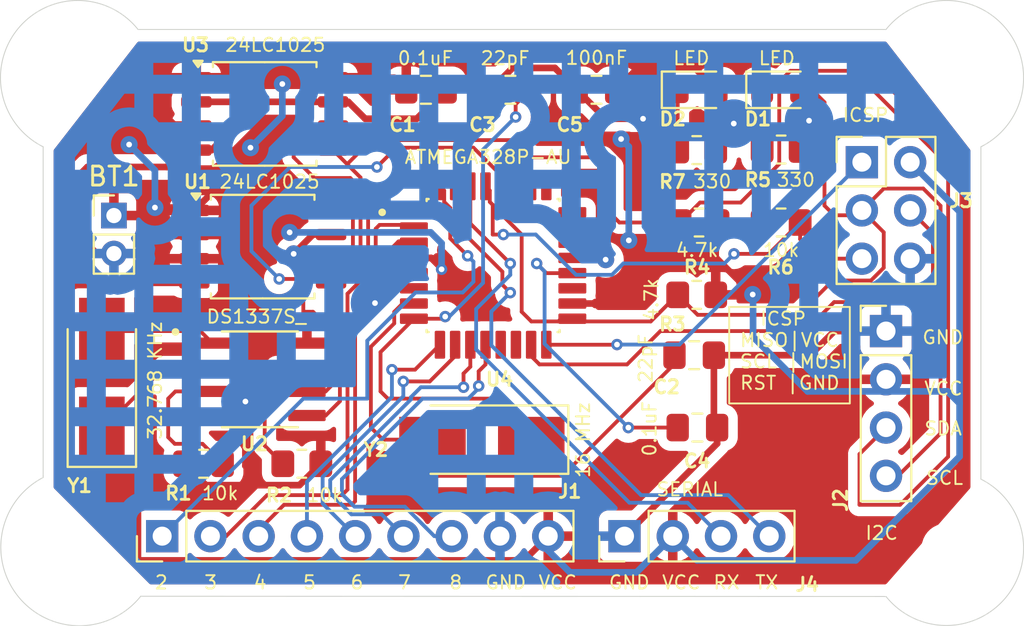
<source format=kicad_pcb>
(kicad_pcb (version 20240108) (generator "pcbnew") (generator_version "8.0")
  (title_block (title "MCU Datalogger with memory and clock") (date "2024-09-27") (rev "v1") (company "chivoma") (comment 1 "2 layer PCB version"))
  (layers (0 "F.Cu" mixed) (31 "B.Cu" mixed) (34 "B.Paste" user) (35 "F.Paste" user) (36 "B.SilkS" user "B.Silkscreen") (37 "F.SilkS" user "F.Silkscreen") (38 "B.Mask" user) (39 "F.Mask" user) (44 "Edge.Cuts" user))
  (property "project_name" "MCU Datalogger with memory and clock")
  (net 0 "")
  (net 1 "GND")
  (net 2 "/Vcc")
  (net 3 "Net-(U4-PB6)")
  (net 4 "Net-(U4-PB7)")
  (net 5 "Net-(U4-AREF)")
  (net 6 "Net-(D1-K)")
  (net 7 "/SCL")
  (net 8 "Net-(D2-K)")
  (net 9 "/D5")
  (net 10 "/D2")
  (net 11 "/D3")
  (net 12 "/D7")
  (net 13 "/D8")
  (net 14 "/D4")
  (net 15 "/D6")
  (net 16 "/SDA")
  (net 17 "/RESET")
  (net 18 "/MISO")
  (net 19 "/MOSI")
  (net 20 "/TX")
  (net 21 "/RX")
  (net 22 "Net-(U2-~{INTA})")
  (net 23 "Net-(U2-SQW{slash}~INT)")
  (net 24 "Net-(U2-X1)")
  (net 25 "Net-(U2-X2)")
  (footprint "Crystal:Crystal_SMD_5032-2Pin_5.0x3.2mm_HandSoldering" (layer "F.Cu") (at 128.27 114.36 90)
    (property "Reference" "Y1")
    (property "Value" "32.768 KHz")
  )
  (footprint "Connector_PinHeader_2.54mm:PinHeader_1x09_P2.54mm_Vertical" (layer "F.Cu") (at 131.445 122.555 90)
    (property "Reference" "J1")
    (property "Value" "Conn_01x09_Pin" (hide yes))
  )
  (footprint "Capacitor_SMD:C_0805_2012Metric_Pad1.18x1.45mm_HandSolder" (layer "F.Cu") (at 159.6175 116.84)
    (property "Reference" "C4")
    (property "Value" "0.1uF")
  )
  (footprint "Connector_PinHeader_2.54mm:PinHeader_1x04_P2.54mm_Vertical" (layer "F.Cu") (at 169.545 111.76)
    (property "Reference" "J2")
    (property "Value" "Conn_01x04_Pin" (hide yes))
  )
  (footprint "LED_SMD:LED_0805_2012Metric_Pad1.15x1.40mm_HandSolder" (layer "F.Cu") (at 164.05 99.06)
    (property "Reference" "D1")
    (property "Value" "LED")
  )
  (footprint "Resistor_SMD:R_0805_2012Metric_Pad1.20x1.40mm_HandSolder" (layer "F.Cu") (at 159.58 102.235)
    (property "Reference" "R7")
    (property "Value" "330")
  )
  (footprint "MountingHole:MountingHole_2.1mm" (layer "F.Cu") (at 127 123.19)
    (property "Reference" "H3" (hide yes))
    (property "Value" "MountingHole" (hide yes))
  )
  (footprint "LED_SMD:LED_0805_2012Metric_Pad1.15x1.40mm_HandSolder" (layer "F.Cu") (at 159.605 99.06)
    (property "Reference" "D2")
    (property "Value" "LED")
  )
  (footprint "footprints:QFP80P900X900X120-32N" (layer "F.Cu") (at 148.865 108.31)
    (property "Reference" "U4")
    (property "Value" "ATMEGA328P-AU")
  )
  (footprint "Resistor_SMD:R_0805_2012Metric_Pad1.20x1.40mm_HandSolder" (layer "F.Cu") (at 164.025 106.045)
    (property "Reference" "R6")
    (property "Value" "10k")
  )
  (footprint "Connector_PinHeader_2.54mm:PinHeader_1x04_P2.54mm_Vertical" (layer "F.Cu") (at 155.78 122.555 90)
    (property "Reference" "J4")
    (property "Value" "Conn_01x04_Pin" (hide yes))
  )
  (footprint "Capacitor_SMD:C_0805_2012Metric_Pad1.18x1.45mm_HandSolder" (layer "F.Cu") (at 154.305 99.06 180)
    (property "Reference" "C5")
    (property "Value" "100nF")
  )
  (footprint "Capacitor_SMD:C_0805_2012Metric_Pad1.18x1.45mm_HandSolder" (layer "F.Cu") (at 149.775 99.06)
    (property "Reference" "C3")
    (property "Value" "22pF")
  )
  (footprint "Package_SO:SOIC-8_5.23x5.23mm_P1.27mm" (layer "F.Cu") (at 136.8425 100.33)
    (property "Reference" "U3")
    (property "Value" "24LC1025")
  )
  (footprint "Resistor_SMD:R_0805_2012Metric_Pad1.20x1.40mm_HandSolder" (layer "F.Cu") (at 159.58 109.855 180)
    (property "Reference" "R3")
    (property "Value" "4.7k")
  )
  (footprint "MountingHole:MountingHole_2.1mm" (layer "F.Cu") (at 127 98.425)
    (property "Reference" "H1" (hide yes))
    (property "Value" "MountingHole" (hide yes))
  )
  (footprint "Crystal:Crystal_SMD_5032-2Pin_5.0x3.2mm_HandSoldering" (layer "F.Cu") (at 148.2725 117.475 180)
    (property "Reference" "Y2")
    (property "Value" "16 MHz")
  )
  (footprint "Resistor_SMD:R_0805_2012Metric_Pad1.20x1.40mm_HandSolder" (layer "F.Cu") (at 164.025 102.205 180)
    (property "Reference" "R5")
    (property "Value" "330")
  )
  (footprint "Resistor_SMD:R_0805_2012Metric_Pad1.20x1.40mm_HandSolder" (layer "F.Cu") (at 159.7025 106.045 180)
    (property "Reference" "R4")
    (property "Value" "4.7k")
  )
  (footprint "MountingHole:MountingHole_2.1mm" (layer "F.Cu") (at 172.72 123.19)
    (property "Reference" "H4" (hide yes))
    (property "Value" "MountingHole" (hide yes))
  )
  (footprint "Resistor_SMD:R_0805_2012Metric_Pad1.20x1.40mm_HandSolder" (layer "F.Cu") (at 138.795 118.745 180)
    (property "Reference" "R2")
    (property "Value" "10k")
  )
  (footprint "Package_SO:SOIC-8_5.23x5.23mm_P1.27mm" (layer "F.Cu") (at 136.735 107.315)
    (property "Reference" "U1")
    (property "Value" "24LC1025")
  )
  (footprint "Resistor_SMD:R_0805_2012Metric_Pad1.20x1.40mm_HandSolder" (layer "F.Cu") (at 133.62 118.745)
    (property "Reference" "R1")
    (property "Value" "10k")
  )
  (footprint "Connector_PinHeader_2.00mm:PinHeader_1x02_P2.00mm_Vertical" (layer "F.Cu") (at 128.905 105.68)
    (property "Reference" "BT1")
    (property "Value" "Battery")
  )
  (footprint "Capacitor_SMD:C_0805_2012Metric_Pad1.18x1.45mm_HandSolder" (layer "F.Cu") (at 145.33 99.06)
    (property "Reference" "C1")
    (property "Value" "0.1uF")
  )
  (footprint "Capacitor_SMD:C_0805_2012Metric_Pad1.18x1.45mm_HandSolder" (layer "F.Cu") (at 159.4475 113.03 180)
    (property "Reference" "C2")
    (property "Value" "22pF")
  )
  (footprint "Connector_PinHeader_2.54mm:PinHeader_2x03_P2.54mm_Vertical" (layer "F.Cu") (at 168.275 102.87)
    (property "Reference" "J3")
    (property "Value" "Conn_02x03_Odd_Even" (hide yes))
  )
  (footprint "MountingHole:MountingHole_2.1mm" (layer "F.Cu") (at 172.72 98.425)
    (property "Reference" "H2" (hide yes))
    (property "Value" "MountingHole" (hide yes))
  )
  (footprint "footprints:SOIC127P600X175-8N" (layer "F.Cu") (at 136.59 114.3)
    (property "Reference" "U2")
    (property "Value" "DS1337S_")
  )
  (gr_rect (start 161.29 110.49) (end 167.64 115.57) (stroke (width 0.1)) (fill none) (layer "F.SilkS"))
  (gr_arc (start 174.538363 119.553274) (mid 175.881977 125.746193) (end 169.545 125.729999) (stroke (width 0.05)) (layer "Edge.Cuts"))
  (gr_line (start 130.31512 125.718875) (end 169.545 125.729999) (stroke (width 0.05)) (layer "Edge.Cuts"))
  (gr_arc (start 130.31512 125.718875) (mid 123.891246 125.759706) (end 125.181637 119.466637) (stroke (width 0.05)) (layer "Edge.Cuts"))
  (gr_arc (start 169.545001 95.885001) (mid 175.881977 95.868808) (end 174.538363 102.061726) (stroke (width 0.05)) (layer "Edge.Cuts"))
  (gr_line (start 125.181637 119.38) (end 125.181637 102.061726) (stroke (width 0.05)) (layer "Edge.Cuts"))
  (gr_line (start 174.538363 119.553274) (end 174.538363 102.061726) (stroke (width 0.05)) (layer "Edge.Cuts"))
  (gr_line (start 125.181637 119.38) (end 125.181637 119.466637) (stroke (width 0.05)) (layer "Edge.Cuts"))
  (gr_arc (start 125.181637 102.061726) (mid 123.838023 95.868808) (end 130.174999 95.885001) (stroke (width 0.05)) (layer "Edge.Cuts"))
  (gr_line (start 169.545001 95.885001) (end 130.174999 95.885001) (stroke (width 0.05)) (layer "Edge.Cuts"))
  (gr_text "SDA" (at 171.5 117.3 0) (layer "F.SilkS") (effects (font (size 0.7 0.7) (thickness 0.1)) (justify left bottom)))
  (gr_text "8" (at 146.5 125.4 0) (layer "F.SilkS") (effects (font (size 0.7 0.7) (thickness 0.1)) (justify left bottom)))
  (gr_text "2" (at 131 125.4 0) (layer "F.SilkS") (effects (font (size 0.7 0.7) (thickness 0.1)) (justify left bottom)))
  (gr_text "GND" (at 171.4 112.5 0) (layer "F.SilkS") (effects (font (size 0.7 0.7) (thickness 0.1)) (justify left bottom)))
  (gr_text "TX" (at 162.6 125.4 0) (layer "F.SilkS") (effects (font (size 0.7 0.7) (thickness 0.1)) (justify left bottom)))
  (gr_text "GND" (at 154.9 125.4 0) (layer "F.SilkS") (effects (font (size 0.7 0.7) (thickness 0.1)) (justify left bottom)))
  (gr_text "VCC" (at 157.7 125.4 0) (layer "F.SilkS") (effects (font (size 0.7 0.7) (thickness 0.1)) (justify left bottom)))
  (gr_text "  ICSP\nMISO|VCC\nSCL |MOSI\nRST |GND" (at 161.8 110.7 0) (layer "F.SilkS") (effects (font (size 0.7 0.7) (thickness 0.1)) (justify left top)))
  (gr_text "4" (at 136.2 125.4 0) (layer "F.SilkS") (effects (font (size 0.7 0.7) (thickness 0.1)) (justify left bottom)))
  (gr_text "6" (at 141.3 125.4 0) (layer "F.SilkS") (effects (font (size 0.7 0.7) (thickness 0.1)) (justify left bottom)))
  (gr_text "SERIAL" (at 157.4 120.5 0) (layer "F.SilkS") (effects (font (size 0.7 0.7) (thickness 0.1)) (justify left bottom)))
  (gr_text "SCL" (at 171.6 119.9 0) (layer "F.SilkS") (effects (font (size 0.7 0.7) (thickness 0.1)) (justify left bottom)))
  (gr_text "ICSP" (at 167.2 100.8 0) (layer "F.SilkS") (effects (font (size 0.7 0.7) (thickness 0.1)) (justify left bottom)))
  (gr_text "GND" (at 148.4 125.4 0) (layer "F.SilkS") (effects (font (size 0.7 0.7) (thickness 0.1)) (justify left bottom)))
  (gr_text "3" (at 133.6 125.4 0) (layer "F.SilkS") (effects (font (size 0.7 0.7) (thickness 0.1)) (justify left bottom)))
  (gr_text "5" (at 138.8 125.4 0) (layer "F.SilkS") (effects (font (size 0.7 0.7) (thickness 0.1)) (justify left bottom)))
  (gr_text "I2C" (at 168.4 122.8 0) (layer "F.SilkS") (effects (font (size 0.7 0.7) (thickness 0.1)) (justify left bottom)))
  (gr_text "RX" (at 160.4 125.4 0) (layer "F.SilkS") (effects (font (size 0.7 0.7) (thickness 0.1)) (justify left bottom)))
  (gr_text "7" (at 143.8 125.4 0) (layer "F.SilkS") (effects (font (size 0.7 0.7) (thickness 0.1)) (justify left bottom)))
  (gr_text "VCC" (at 171.5 115.2 0) (layer "F.SilkS") (effects (font (size 0.7 0.7) (thickness 0.1)) (justify left bottom)))
  (gr_text "VCC" (at 151.2 125.4 0) (layer "F.SilkS") (effects (font (size 0.7 0.7) (thickness 0.1)) (justify left bottom)))
  (segment (start 135.5725 99.695) (end 135.5725 100.704999) (width 0.35) (layer "F.Cu") (net 1))
  (segment (start 153.2675 99.06) (end 154.7915 100.584) (width 0.35) (layer "F.Cu") (net 1))
  (segment (start 128.905 109.093) (end 129.032 109.22) (width 0.35) (layer "F.Cu") (net 1))
  (segment (start 128.905 107.68) (end 128.905 109.093) (width 0.35) (layer "F.Cu") (net 1))
  (segment (start 165.025 102.205) (end 165.025 101.0019) (width 0.35) (layer "F.Cu") (net 1))
  (segment (start 166.8272 111.76) (end 165.5572 113.03) (width 0.35) (layer "F.Cu") (net 1))
  (segment (start 143.535 108.322672) (end 143.535 109.3982) (width 0.35) (layer "F.Cu") (net 1))
  (segment (start 152.1175 97.91) (end 153.2675 99.06) (width 0.35) (layer "F.Cu") (net 1))
  (segment (start 143.535 108.322672) (end 143.922328 108.71) (width 0.35) (layer "F.Cu") (net 1))
  (segment (start 134.115 116.205) (end 135.1 116.205) (width 0.35) (layer "F.Cu") (net 1))
  (segment (start 165.025 101.0019) (end 165.2905 100.7364) (width 0.35) (layer "F.Cu") (net 1))
  (segment (start 160.655 117.68) (end 160.655 116.84) (width 0.35) (layer "F.Cu") (net 1))
  (segment (start 132.588 102.235) (end 131.699 103.124) (width 0.35) (layer "F.Cu") (net 1))
  (segment (start 146.3675 99.06) (end 148.7375 99.06) (width 0.35) (layer "F.Cu") (net 1))
  (segment (start 142.131499 100.584) (end 144.8435 100.584) (width 0.35) (layer "F.Cu") (net 1))
  (segment (start 127 103.632) (end 127 106.68) (width 0.35) (layer "F.Cu") (net 1))
  (segment (start 134.042499 102.235) (end 133.2425 102.235) (width 0.35) (layer "F.Cu") (net 1))
  (segment (start 127 106.68) (end 128 107.68) (width 0.35) (layer "F.Cu") (net 1))
  (segment (start 153.035 107.91) (end 154.6968 107.91) (width 0.35) (layer "F.Cu") (net 1))
  (segment (start 169.545 111.76) (end 166.8272 111.76) (width 0.35) (layer "F.Cu") (net 1))
  (segment (start 135.5725 99.695) (end 140.4425 99.695) (width 0.35) (layer "F.Cu") (net 1))
  (segment (start 160.485 113.03) (end 160.485 116.67) (width 0.35) (layer "F.Cu") (net 1))
  (segment (start 160.485 116.67) (end 160.655 116.84) (width 0.35) (layer "F.Cu") (net 1))
  (segment (start 140.4425 99.695) (end 141.242499 99.695) (width 0.35) (layer "F.Cu") (net 1))
  (segment (start 154.6968 107.91) (end 154.7876 108.0008) (width 0.35) (layer "F.Cu") (net 1))
  (segment (start 143.922328 108.71) (end 144.695 108.71) (width 0.35) (layer "F.Cu") (net 1))
  (segment (start 143.535 107.497328) (end 143.535 108.322672) (width 0.35) (layer "F.Cu") (net 1))
  (segment (start 133.2425 99.695) (end 135.5725 99.695) (width 0.35) (layer "F.Cu") (net 1))
  (segment (start 135.1 116.205) (end 135.8265 115.4785) (width 0.35) (layer "F.Cu") (net 1))
  (segment (start 165.5572 113.03) (end 160.485 113.03) (width 0.35) (layer "F.Cu") (net 1))
  (segment (start 155.78 122.555) (end 160.655 117.68) (width 0.35) (layer "F.Cu") (net 1))
  (segment (start 141.242499 99.695) (end 142.131499 100.584) (width 0.35) (layer "F.Cu") (net 1))
  (segment (start 143.535 109.3982) (end 142.6464 110.2868) (width 0.35) (layer "F.Cu") (net 1))
  (segment (start 140.335 106.68) (end 139.3825 106.68) (width 0.35) (layer "F.Cu") (net 1))
  (segment (start 160.58 102.235) (end 160.58 101.7893) (width 0.35) (layer "F.Cu") (net 1))
  (segment (start 149.8875 97.91) (end 152.1175 97.91) (width 0.35) (layer "F.Cu") (net 1))
  (segment (start 144.695 107.11) (end 143.922328 107.11) (width 0.35) (layer "F.Cu") (net 1))
  (segment (start 131.699 103.124) (end 127.508 103.124) (width 0.35) (layer "F.Cu") (net 1))
  (segment (start 135.5725 100.704999) (end 134.042499 102.235) (width 0.35) (layer "F.Cu") (net 1))
  (segment (start 128 107.68) (end 128.905 107.68) (width 0.35) (layer "F.Cu") (net 1))
  (segment (start 139.3825 106.68) (end 138.3665 107.696) (width 0.35) (layer "F.Cu") (net 1))
  (segment (start 160.58 101.7893) (end 161.5313 100.838) (width 0.35) (layer "F.Cu") (net 1))
  (segment (start 154.7915 100.584) (end 156.7561 100.584) (width 0.35) (layer "F.Cu") (net 1))
  (segment (start 144.8435 100.584) (end 146.3675 99.06) (width 0.35) (layer "F.Cu") (net 1))
  (segment (start 148.7375 99.06) (end 149.8875 97.91) (width 0.35) (layer "F.Cu") (net 1))
  (segment (start 135.8265 115.4785) (end 135.8265 115.316) (width 0.35) (layer "F.Cu") (net 1))
  (segment (start 127.508 103.124) (end 127 103.632) (width 0.35) (layer "F.Cu") (net 1))
  (segment (start 143.922328 107.11) (end 143.535 107.497328) (width 0.35) (layer "F.Cu") (net 1))
  (segment (start 133.2425 102.235) (end 132.588 102.235) (width 0.35) (layer "F.Cu") (net 1))
  (segment (start 129.032 109.22) (end 133.135 109.22) (width 0.35) (layer "F.Cu") (net 1))
  (via (at 138.3665 107.696) (size 0.9) (drill 0.3) (layers "F.Cu" "B.Cu") (net 1))
  (via (at 154.7876 108.0008) (size 0.9) (drill 0.3) (layers "F.Cu" "B.Cu") (net 1))
  (via (at 135.8265 115.4684) (size 0.6) (drill 0.3) (layers "F.Cu" "B.Cu") (net 1))
  (via (at 156.7561 100.584) (size 0.9) (drill 0.3) (layers "F.Cu" "B.Cu") (net 1))
  (via (at 142.6464 110.2868) (size 0.9) (drill 0.3) (layers "F.Cu" "B.Cu") (net 1))
  (via (at 161.5313 100.838) (size 0.9) (drill 0.3) (layers "F.Cu" "B.Cu") (net 1))
  (via (at 165.4937 100.6856) (size 0.9) (drill 0.3) (layers "F.Cu" "B.Cu") (net 1))
  (segment (start 140.4425 98.425) (end 143.6575 98.425) (width 0.35) (layer "F.Cu") (net 2))
  (segment (start 131.2545 100.076) (end 132.1435 100.965) (width 0.35) (layer "F.Cu") (net 2))
  (segment (start 156.4675 97.935) (end 159.505 97.935) (width 0.35) (layer "F.Cu") (net 2))
  (segment (start 132.442501 98.425) (end 131.2545 99.613001) (width 0.35) (layer "F.Cu") (net 2))
  (segment (start 131.2545 99.613001) (end 131.2545 100.076) (width 0.35) (layer "F.Cu") (net 2))
  (segment (start 132.9826 105.2576) (end 133.135 105.41) (width 0.35) (layer "F.Cu") (net 2))
  (segment (start 156.0068 106.9848) (end 156.0068 109.1184) (width 0.35) (layer "F.Cu") (net 2))
  (segment (start 156.762472 106.9848) (end 156.0068 106.9848) (width 0.35) (layer "F.Cu") (net 2))
  (segment (start 156.469537 99.06) (end 155.3425 99.06) (width 0.35) (layer "F.Cu") (net 2))
  (segment (start 139.795 118.745) (end 139.765116 118.745) (width 0.35) (layer "F.Cu") (net 2))
  (segment (start 129.704999 101.942564) (end 129.704999 101.625501) (width 0.35) (layer "F.Cu") (net 2))
  (segment (start 137.0965 105.41) (end 140.335 105.41) (width 0.35) (layer "F.Cu") (net 2))
  (segment (start 136.0932 102.108) (end 136.0932 102.4518) (width 0.35) (layer "F.Cu") (net 2))
  (segment (start 157.118537 101.459) (end 157.6311 100.946437) (width 0.35) (layer "F.Cu") (net 2))
  (segment (start 154.8152 110.31) (end 154.8892 110.236) (width 0.35) (layer "F.Cu") (net 2))
  (segment (start 134.5565 107.95) (end 137.0965 105.41) (width 0.35) (layer "F.Cu") (net 2))
  (segment (start 146.1516 108.458) (end 146.1516 108.5088) (width 0.35) (layer "F.Cu") (net 2))
  (segment (start 130.17 123.83) (end 130.17 119.766) (width 0.35) (layer "F.Cu") (net 2))
  (segment (start 160.58 109.855) (end 162.508128 109.855) (width 0.35) (layer "F.Cu") (net 2))
  (segment (start 162.527714 109.835414) (end 160.6423 107.95) (width 0.35) (layer "F.Cu") (net 2))
  (segment (start 145.6036 107.91) (end 146.1516 108.458) (width 0.35) (layer "F.Cu") (net 2))
  (segment (start 132.1435 100.965) (end 133.2425 100.965) (width 0.35) (layer "F.Cu") (net 2))
  (segment (start 143.6575 98.425) (end 144.2925 99.06) (width 0.35) (layer "F.Cu") (net 2))
  (segment (start 153.035 110.31) (end 154.8152 110.31) (width 0.35) (layer "F.Cu") (net 2))
  (segment (start 139.795 118.745) (end 138.669 119.871) (width 0.35) (layer "F.Cu") (net 2))
  (segment (start 160.7025 106.045) (end 159.5775 107.17) (width 0.35) (layer "F.Cu") (net 2))
  (segment (start 156.0068 109.1184) (end 154.8892 110.236) (width 0.35) (layer "F.Cu") (net 2))
  (segment (start 135.988205 116.332) (end 135.8265 116.332) (width 0.35) (layer "F.Cu") (net 2))
  (segment (start 146.2024 108.5088) (end 146.1008 108.4072) (width 0.35) (layer "F.Cu") (net 2))
  (segment (start 160.58 107.95) (end 160.58 106.1675) (width 0.35) (layer "F.Cu") (net 2))
  (segment (start 129.704999 101.625501) (end 131.2545 100.076) (width 0.35) (layer "F.Cu") (net 2))
  (segment (start 128.905 105.68) (end 130.6416 105.68) (width 0.35) (layer "F.Cu") (net 2))
  (segment (start 138.0998 98.425) (end 137.7696 98.7552) (width 0.35) (layer "F.Cu") (net 2))
  (segment (start 159.505 97.935) (end 160.63 99.06) (width 0.35) (layer "F.Cu") (net 2))
  (segment (start 157.6311 100.221563) (end 156.469537 99.06) (width 0.35) (layer "F.Cu") (net 2))
  (segment (start 131.064 105.2576) (end 132.9826 105.2576) (width 0.35) (layer "F.Cu") (net 2))
  (segment (start 140.4425 98.425) (end 138.0998 98.425) (width 0.35) (layer "F.Cu") (net 2))
  (segment (start 150.49 123.83) (end 130.17 123.83) (width 0.35) (layer "F.Cu") (net 2))
  (segment (start 144.695 107.91) (end 145.6036 107.91) (width 0.35) (layer "F.Cu") (net 2))
  (segment (start 136.2075 112.395) (end 135.8265 112.776) (width 0.35) (layer "F.Cu") (net 2))
  (segment (start 140.335 105.41) (end 139.446 105.41) (width 0.35) (layer "F.Cu") (net 2))
  (segment (start 160.6423 107.95) (end 160.58 107.95) (width 0.35) (layer "F.Cu") (net 2))
  (segment (start 155.3425 99.06) (end 156.4675 97.935) (width 0.35) (layer "F.Cu") (net 2))
  (segment (start 138.669 119.871) (end 136.8425 119.871) (width 0.35) (layer "F.Cu") (net 2))
  (segment (start 133.746 119.871) (end 132.62 118.745) (width 0.35) (layer "F.Cu") (net 2))
  (segment (start 133.135 107.95) (end 134.5565 107.95) (width 0.35) (layer "F.Cu") (net 2))
  (segment (start 133.135 106.68) (end 133.135 107.95) (width 0.35) (layer "F.Cu") (net 2))
  (segment (start 146.1516 108.5088) (end 146.2024 108.5088) (width 0.35) (layer "F.Cu") (net 2))
  (segment (start 136.0932 102.4518) (end 133.135 105.41) (width 0.35) (layer "F.Cu") (net 2))
  (segment (start 160.58 106.1675) (end 160.7025 106.045) (width 0.35) (layer "F.Cu") (net 2))
  (segment (start 159.5775 107.17) (end 156.947672 107.17) (width 0.35) (layer "F.Cu") (net 2))
  (segment (start 135.8265 112.776) (end 135.8265 114.443095) (width 0.35) (layer "F.Cu") (net 2))
  (segment (start 133.2425 98.425) (end 132.442501 98.425) (width 0.35) (layer "F.Cu") (net 2))
  (segment (start 157.6311 100.946437) (end 157.6311 100.221563) (width 0.35) (layer "F.Cu") (net 2))
  (segment (start 134.5565 107.95) (end 134.5565 110.744) (width 0.35) (layer "F.Cu") (net 2))
  (segment (start 151.765 122.555) (end 150.49 123.83) (width 0.35) (layer "F.Cu") (net 2))
  (segment (start 130.17 119.766) (end 131.191 118.745) (width 0.35) (layer "F.Cu") (net 2))
  (segment (start 155.6004 101.6508) (end 155.7922 101.459) (width 0.35) (layer "F.Cu") (net 2))
  (segment (start 135.8265 116.332) (end 135.8265 118.855) (width 0.35) (layer "F.Cu") (net 2))
  (segment (start 160.7025 106.045) (end 163.025 106.045) (width 0.35) (layer "F.Cu") (net 2))
  (segment (start 133.135 105.41) (end 133.135 106.68) (width 0.35) (layer "F.Cu") (net 2))
  (segment (start 162.508128 109.855) (end 162.527714 109.835414) (width 0.35) (layer "F.Cu") (net 2))
  (segment (start 134.5565 110.744) (end 136.2075 112.395) (width 0.35) (layer "F.Cu") (net 2))
  (segment (start 160.58 109.855) (end 160.58 107.95) (width 0.35) (layer "F.Cu") (net 2))
  (segment (start 136.5515 115.768705) (end 135.988205 116.332) (width 0.35) (layer "F.Cu") (net 2))
  (segment (start 136.5515 115.168095) (end 136.5515 115.768705) (width 0.35) (layer "F.Cu") (net 2))
  (segment (start 131.191 118.745) (end 132.62 118.745) (width 0.35) (layer "F.Cu") (net 2))
  (segment (start 139.065 112.395) (end 136.2075 112.395) (width 0.35) (layer "F.Cu") (net 2))
  (segment (start 156.947672 107.17) (end 156.762472 106.9848) (width 0.35) (layer "F.Cu") (net 2))
  (segment (start 135.8265 118.855) (end 136.8425 119.871) (width 0.35) (layer "F.Cu") (net 2))
  (segment (start 130.6416 105.68) (end 131.064 105.2576) (width 0.35) (layer "F.Cu") (net 2))
  (segment (start 155.7922 101.459) (end 157.118537 101.459) (width 0.35) (layer "F.Cu") (net 2))
  (segment (start 135.8265 114.443095) (end 136.5515 115.168095) (width 0.35) (layer "F.Cu") (net 2))
  (segment (start 136.8425 119.871) (end 133.746 119.871) (width 0.35) (layer "F.Cu") (net 2))
  (via (at 146.1516 108.5088) (size 0.6) (drill 0.3) (layers "F.Cu" "B.Cu") (net 2))
  (via (at 155.6004 101.6508) (size 0.9) (drill 0.3) (layers "F.Cu" "B.Cu") (net 2))
  (via (at 156.0068 106.9848) (size 0.9) (drill 0.3) (layers "F.Cu" "B.Cu") (net 2))
  (via (at 136.0932 102.108) (size 0.9) (drill 0.3) (layers "F.Cu" "B.Cu") (net 2))
  (via (at 137.7696 98.7552) (size 0.9) (drill 0.3) (layers "F.Cu" "B.Cu") (net 2))
  (via (at 138.154568 106.565695) (size 0.9) (drill 0.3) (layers "F.Cu" "B.Cu") (net 2))
  (via (at 131.064 105.2576) (size 0.9) (drill 0.3) (layers "F.Cu" "B.Cu") (net 2))
  (via (at 129.704999 101.942564) (size 0.9) (drill 0.3) (layers "F.Cu" "B.Cu") (net 2))
  (via (at 162.527714 109.835414) (size 0.9) (drill 0.3) (layers "F.Cu" "B.Cu") (net 2))
  (segment (start 137.7696 100.4316) (end 136.0932 102.108) (width 0.35) (layer "B.Cu") (net 2))
  (segment (start 156.0068 106.9848) (end 156.0068 102.0572) (width 0.35) (layer "B.Cu") (net 2))
  (segment (start 151.765 123.317) (end 152.908 124.46) (width 0.35) (layer "B.Cu") (net 2))
  (segment (start 167.9525 123.83) (end 159.595 123.83) (width 0.35) (layer "B.Cu") (net 2))
  (segment (start 131.064 105.2576) (end 131.064 103.301565) (width 0.35) (layer "B.Cu") (net 2))
  (segment (start 159.595 123.83) (end 158.32 122.555) (width 0.35) (layer "B.Cu") (net 2))
  (segment (start 162.5473 112.0648) (end 165.4175 114.935) (width 0.35) (layer "B.Cu") (net 2))
  (segment (start 151.765 122.555) (end 151.765 123.317) (width 0.35) (layer "B.Cu") (net 2))
  (segment (start 162.5473 109.855) (end 162.5473 112.0648) (width 0.35) (layer "B.Cu") (net 2))
  (segment (start 165.4175 114.935) (end 172.7835 114.935) (width 0.35) (layer "B.Cu") (net 2))
  (segment (start 172.7835 114.935) (end 173.4185 115.57) (width 0.35) (layer "B.Cu") (net 2))
  (segment (start 137.7696 98.7552) (end 137.7696 100.4316) (width 0.35) (layer "B.Cu") (net 2))
  (segment (start 162.527714 109.835414) (end 162.5473 109.855) (width 0.35) (layer "B.Cu") (net 2))
  (segment (start 170.815 102.87) (end 173.4185 105.4735) (width 0.35) (layer "B.Cu") (net 2))
  (segment (start 173.4185 105.4735) (end 173.4185 115.57) (width 0.35) (layer "B.Cu") (net 2))
  (segment (start 173.4185 118.364) (end 167.9525 123.83) (width 0.35) (layer "B.Cu") (net 2))
  (segment (start 156.0068 102.0572) (end 155.6004 101.6508) (width 0.35) (layer "B.Cu") (net 2))
  (segment (start 156.415 124.46) (end 158.32 122.555) (width 0.35) (layer "B.Cu") (net 2))
  (segment (start 131.064 103.301565) (end 129.704999 101.942564) (width 0.35) (layer "B.Cu") (net 2))
  (segment (start 145.580095 106.565695) (end 146.1516 107.1372) (width 0.35) (layer "B.Cu") (net 2))
  (segment (start 152.908 124.46) (end 156.415 124.46) (width 0.35) (layer "B.Cu") (net 2))
  (segment (start 173.4185 115.57) (end 173.4185 118.364) (width 0.35) (layer "B.Cu") (net 2))
  (segment (start 146.1516 107.1372) (end 146.1516 108.5088) (width 0.35) (layer "B.Cu") (net 2))
  (segment (start 138.154568 106.565695) (end 145.580095 106.565695) (width 0.35) (layer "B.Cu") (net 2))
  (segment (start 143.66 110.749104) (end 144.099104 110.31) (width 0.2) (layer "F.Cu") (net 3))
  (segment (start 142.4305 116.84) (end 142.4305 112.5855) (width 0.2) (layer "F.Cu") (net 3))
  (segment (start 142.4305 112.5855) (end 143.66 111.356) (width 0.2) (layer "F.Cu") (net 3))
  (segment (start 145.6725 117.475) (end 143.0655 117.475) (width 0.2) (layer "F.Cu") (net 3))
  (segment (start 143.0655 117.475) (end 142.4305 116.84) (width 0.2) (layer "F.Cu") (net 3))
  (segment (start 144.099104 110.31) (end 144.695 110.31) (width 0.2) (layer "F.Cu") (net 3))
  (segment (start 158.41 113.4875) (end 158.41 113.03) (width 0.2) (layer "F.Cu") (net 3))
  (segment (start 152.5175 119.38) (end 158.41 113.4875) (width 0.2) (layer "F.Cu") (net 3))
  (segment (start 145.6725 119.066) (end 145.9865 119.38) (width 0.2) (layer "F.Cu") (net 3))
  (segment (start 145.9865 119.38) (end 152.5175 119.38) (width 0.2) (layer "F.Cu") (net 3))
  (segment (start 145.6725 117.475) (end 145.6725 119.066) (width 0.2) (layer "F.Cu") (net 3))
  (segment (start 143.66 111.356) (end 143.66 110.749104) (width 0.2) (layer "F.Cu") (net 3))
  (segment (start 146.2301 111.11) (end 146.3421 110.998) (width 0.2) (layer "F.Cu") (net 4))
  (segment (start 150.0505 100.492) (end 150.0505 99.822) (width 0.2) (layer "F.Cu") (net 4))
  (segment (start 144.695 111.11) (end 146.2301 111.11) (width 0.2) (layer "F.Cu") (net 4))
  (segment (start 150.0505 99.822) (end 150.8125 99.06) (width 0.2) (layer "F.Cu") (net 4))
  (segment (start 150.8725 117.475) (end 148.7135 115.316) (width 0.2) (layer "F.Cu") (net 4))
  (segment (start 143.3195 115.316) (end 142.9385 114.935) (width 0.2) (layer "F.Cu") (net 4))
  (segment (start 148.7135 115.316) (end 143.3195 115.316) (width 0.2) (layer "F.Cu") (net 4))
  (segment (start 142.9385 114.935) (end 142.9385 112.8665) (width 0.2) (layer "F.Cu") (net 4))
  (segment (start 142.9385 112.8665) (end 144.695 111.11) (width 0.2) (layer "F.Cu") (net 4))
  (segment (start 150.8125 99.06) (end 150.4665 99.06) (width 0.2) (layer "F.Cu") (net 4))
  (via (at 150.0505 100.492) (size 0.6) (drill 0.3) (layers "F.Cu" "B.Cu") (net 4))
  (via (at 146.3421 110.998) (size 0.6) (drill 0.3) (layers "F.Cu" "B.Cu") (net 4))
  (segment (start 146.558 110.998) (end 148.336 109.22) (width 0.2) (layer "B.Cu") (net 4))
  (segment (start 146.3421 110.998) (end 146.558 110.998) (width 0.2) (layer "B.Cu") (net 4))
  (segment (start 148.336 102.2065) (end 150.0505 100.492) (width 0.2) (layer "B.Cu") (net 4))
  (segment (start 148.336 109.22) (end 148.336 102.2065) (width 0.2) (layer "B.Cu") (net 4))
  (segment (start 151.6645 108.71) (end 153.035 108.71) (width 0.2) (layer "F.Cu") (net 5))
  (segment (start 151.1585 108.204) (end 151.6645 108.71) (width 0.2) (layer "F.Cu") (net 5))
  (segment (start 158.58 116.84) (end 155.98217 116.84) (width 0.2) (layer "F.Cu") (net 5))
  (via (at 151.1585 108.204) (size 0.6) (drill 0.3) (layers "F.Cu" "B.Cu") (net 5))
  (via (at 155.98217 116.84) (size 0.6) (drill 0.3) (layers "F.Cu" "B.Cu") (net 5))
  (segment (start 155.98217 116.84) (end 151.5745 112.43233) (width 0.2) (layer "B.Cu") (net 5))
  (segment (start 151.5745 112.43233) (end 151.5745 108.62) (width 0.2) (layer "B.Cu") (net 5))
  (segment (start 151.5745 108.62) (end 151.1585 108.204) (width 0.2) (layer "B.Cu") (net 5))
  (segment (start 163.025 99.06) (end 163.025 102.205) (width 0.2) (layer "F.Cu") (net 6))
  (segment (start 164.939 110.905) (end 166.744 109.1) (width 0.2) (layer "F.Cu") (net 7))
  (segment (start 158.58 109.855) (end 159.63 110.905) (width 0.2) (layer "F.Cu") (net 7))
  (segment (start 166.8145 105.664) (end 168.021 105.664) (width 0.2) (layer "F.Cu") (net 7))
  (segment (start 171.5065 104.26) (end 172.415 105.1685) (width 0.2) (layer "F.Cu") (net 7))
  (segment (start 159.63 110.905) (end 164.939 110.905) (width 0.2) (layer "F.Cu") (net 7))
  (segment (start 142.748 103.124) (end 143.764 102.108) (width 0.2) (layer "F.Cu") (net 7))
  (segment (start 172.415 117.145) (end 170.18 119.38) (width 0.2) (layer "F.Cu") (net 7))
  (segment (start 138.468201 109.0168) (end 138.8745 108.610501) (width 0.2) (layer "F.Cu") (net 7))
  (segment (start 139.5095 100.965) (end 140.4425 100.965) (width 0.2) (layer "F.Cu") (net 7))
  (segment (start 141.344157 103.702343) (end 139.452843 103.702343) (width 0.2) (layer "F.Cu") (net 7))
  (segment (start 141.485 103.843186) (end 141.344157 103.702343) (width 0.2) (layer "F.Cu") (net 7))
  (segment (start 169.425 104.26) (end 171.5065 104.26) (width 0.2) (layer "F.Cu") (net 7))
  (segment (start 152.439104 111.11) (end 152.297104 111.252) (width 0.2) (layer "F.Cu") (net 7))
  (segment (start 139.452843 103.702343) (end 138.3665 102.616) (width 0.2) (layer "F.Cu") (net 7))
  (segment (start 138.3665 102.108) (end 139.5095 100.965) (width 0.2) (layer "F.Cu") (net 7))
  (segment (start 169.425 106.56) (end 168.275 105.41) (width 0.2) (layer "F.Cu") (net 7))
  (segment (start 150.368 110.744) (end 150.368 106.68) (width 0.2) (layer "F.Cu") (net 7))
  (segment (start 168.275 105.41) (end 169.425 104.26) (width 0.2) (layer "F.Cu") (net 7))
  (segment (start 150.876 111.252) (end 150.368 110.744) (width 0.2) (layer "F.Cu") (net 7))
  (segment (start 143.764 102.108) (end 147.828896 102.108) (width 0.2) (layer "F.Cu") (net 7))
  (segment (start 141.485 107.599999) (end 141.485 103.843186) (width 0.2) (layer "F.Cu") (net 7))
  (segment (start 153.177 111.252) (end 153.035 111.11) (width 0.2) (layer "F.Cu") (net 7))
  (segment (start 158.5595 109.855) (end 157.1625 111.252) (width 0.2) (layer "F.Cu") (net 7))
  (segment (start 168.751346 109.1) (end 169.425 108.426346) (width 0.2) (layer "F.Cu") (net 7))
  (segment (start 147.828896 102.108) (end 149.265 103.544104) (width 0.2) (layer "F.Cu") (net 7))
  (segment (start 150.368 106.68) (end 149.265 105.577) (width 0.2) (layer "F.Cu") (net 7))
  (segment (start 166.8145 105.664) (end 166.3065 105.156) (width 0.2) (layer "F.Cu") (net 7))
  (segment (start 170.18 119.38) (end 169.545 119.38) (width 0.2) (layer "F.Cu") (net 7))
  (segment (start 149.265 105.577) (end 149.265 104.14) (width 0.2) (layer "F.Cu") (net 7))
  (segment (start 140.4 114.585) (end 140.4 111.7615) (width 0.2) (layer "F.Cu") (net 7))
  (segment (start 139.065 114.935) (end 140.05 114.935) (width 0.2) (layer "F.Cu") (net 7))
  (segment (start 169.425 108.426346) (end 169.425 106.56) (width 0.2) (layer "F.Cu") (net 7))
  (segment (start 166.744 109.1) (end 168.751346 109.1) (width 0.2) (layer "F.Cu") (net 7))
  (segment (start 149.265 103.544104) (end 149.265 104.14) (width 0.2) (layer "F.Cu") (net 7))
  (segment (start 166.3065 99.7165) (end 166.3065 105.156) (width 0.2) (layer "F.Cu") (net 7))
  (segment (start 139.3825 110.744) (end 138.8745 110.744) (width 0.2) (layer "F.Cu") (net 7))
  (segment (start 141.134999 107.95) (end 141.485 107.599999) (width 0.2) (layer "F.Cu") (net 7))
  (segment (start 137.6045 109.0168) (end 138.468201 109.0168) (width 0.2) (layer "F.Cu") (net 7))
  (segment (start 153.035 111.11) (end 152.439104 111.11) (width 0.2) (layer "F.Cu") (net 7))
  (segment (start 158.58 109.855) (end 158.5595 109.855) (width 0.2) (layer "F.Cu") (net 7))
  (segment (start 138.3665 102.616) (end 138.3665 102.108) (width 0.2) (layer "F.Cu") (net 7))
  (segment (start 140.335 107.95) (end 141.134999 107.95) (width 0.2) (layer "F.Cu") (net 7))
  (segment (start 157.1625 111.252) (end 153.177 111.252) (width 0.2) (layer "F.Cu") (net 7))
  (segment (start 138.8745 110.744) (end 138.8745 108.610501) (width 0.2) (layer "F.Cu") (net 7))
  (segment (start 152.297104 111.252) (end 150.876 111.252) (width 0.2) (layer "F.Cu") (net 7))
  (segment (start 140.05 114.935) (end 140.4 114.585) (width 0.2) (layer "F.Cu") (net 7))
  (segment (start 165.65 99.06) (end 166.3065 99.7165) (width 0.2) (layer "F.Cu") (net 7))
  (segment (start 172.415 105.1685) (end 172.415 117.145) (width 0.2) (layer "F.Cu") (net 7))
  (segment (start 138.8745 108.610501) (end 139.535001 107.95) (width 0.2) (layer "F.Cu") (net 7))
  (segment (start 167.5765 105.41) (end 168.275 105.41) (width 0.2) (layer "F.Cu") (net 7))
  (segment (start 140.4 111.7615) (end 139.3825 110.744) (width 0.2) (layer "F.Cu") (net 7))
  (segment (start 139.535001 107.95) (end 140.335 107.95) (width 0.2) (layer "F.Cu") (net 7))
  (segment (start 168.021 105.664) (end 168.275 105.41) (width 0.2) (layer "F.Cu") (net 7))
  (segment (start 165.075 99.06) (end 165.65 99.06) (width 0.2) (layer "F.Cu") (net 7))
  (via (at 137.6045 109.0168) (size 0.6) (drill 0.3) (layers "F.Cu" "B.Cu") (net 7))
  (via (at 142.748 103.124) (size 0.6) (drill 0.3) (layers "F.Cu" "B.Cu") (net 7))
  (segment (start 142.748 103.124) (end 138.176 103.124) (width 0.2) (layer "B.Cu") (net 7))
  (segment (start 136.144 105.156) (end 136.144 107.5563) (width 0.2) (layer "B.Cu") (net 7))
  (segment (start 138.176 103.124) (end 136.144 105.156) (width 0.2) (layer "B.Cu") (net 7))
  (segment (start 136.144 107.5563) (end 137.6045 109.0168) (width 0.2) (layer "B.Cu") (net 7))
  (segment (start 158.58 99.06) (end 158.58 102.235) (width 0.2) (layer "F.Cu") (net 8))
  (segment (start 143.5385 113.792) (end 144.753 113.792) (width 0.2) (layer "F.Cu") (net 9))
  (segment (start 144.753 113.792) (end 146.065 112.48) (width 0.2) (layer "F.Cu") (net 9))
  (via (at 143.5385 113.792) (size 0.6) (drill 0.3) (layers "F.Cu" "B.Cu") (net 9))
  (segment (start 143.5385 115.224) (end 139.065 119.6975) (width 0.2) (layer "B.Cu") (net 9))
  (segment (start 139.065 119.6975) (end 139.065 122.555) (width 0.2) (layer "B.Cu") (net 9))
  (segment (start 143.5385 113.792) (end 143.5385 115.224) (width 0.2) (layer "B.Cu") (net 9))
  (segment (start 146.6088 105.279696) (end 146.6088 106.8863) (width 0.2) (layer "F.Cu") (net 10))
  (segment (start 146.6088 106.8863) (end 147.52165 107.79915) (width 0.2) (layer "F.Cu") (net 10))
  (segment (start 146.29 104.960896) (end 146.6088 105.279696) (width 0.2) (layer "F.Cu") (net 10))
  (segment (start 146.065 104.14) (end 146.29 104.365) (width 0.2) (layer "F.Cu") (net 10))
  (segment (start 146.29 104.365) (end 146.29 104.960896) (width 0.2) (layer "F.Cu") (net 10))
  (via (at 147.52165 107.79915) (size 0.6) (drill 0.3) (layers "F.Cu" "B.Cu") (net 10))
  (segment (start 147.828 109.162314) (end 147.828 108.1055) (width 0.2) (layer "B.Cu") (net 10))
  (segment (start 147.262314 109.728) (end 147.828 109.162314) (width 0.2) (layer "B.Cu") (net 10))
  (segment (start 131.445 122.555) (end 133.604 120.396) (width 0.2) (layer "B.Cu") (net 10))
  (segment (start 133.7945 120.396) (end 138.8745 115.316) (width 0.2) (layer "B.Cu") (net 10))
  (segment (start 142.24 115.316) (end 142.24 112.268) (width 0.2) (layer "B.Cu") (net 10))
  (segment (start 142.24 112.268) (end 144.78 109.728) (width 0.2) (layer "B.Cu") (net 10))
  (segment (start 133.604 120.396) (end 133.7945 120.396) (width 0.2) (layer "B.Cu") (net 10))
  (segment (start 144.78 109.728) (end 147.262314 109.728) (width 0.2) (layer "B.Cu") (net 10))
  (segment (start 138.8745 115.316) (end 142.24 115.316) (width 0.2) (layer "B.Cu") (net 10))
  (segment (start 147.828 108.1055) (end 147.52165 107.79915) (width 0.2) (layer "B.Cu") (net 10))
  (segment (start 136.9695 120.396) (end 140.9065 120.396) (width 0.2) (layer "F.Cu") (net 11))
  (segment (start 142.285 105.51) (end 144.695 105.51) (width 0.2) (layer "F.Cu") (net 11))
  (segment (start 140.9065 120.396) (end 141.2 120.1025) (width 0.2) (layer "F.Cu") (net 11))
  (segment (start 142.285 108.710552) (end 142.285 105.51) (width 0.2) (layer "F.Cu") (net 11))
  (segment (start 141.2 109.795552) (end 142.285 108.710552) (width 0.2) (layer "F.Cu") (net 11))
  (segment (start 141.2 120.1025) (end 141.2 109.795552) (width 0.2) (layer "F.Cu") (net 11))
  (segment (start 134.8105 122.555) (end 136.9695 120.396) (width 0.2) (layer "F.Cu") (net 11))
  (segment (start 133.985 122.555) (end 134.8105 122.555) (width 0.2) (layer "F.Cu") (net 11))
  (segment (start 147.665 113.6375) (end 147.665 112.48) (width 0.2) (layer "F.Cu") (net 12))
  (segment (start 147.3073 114.716) (end 147.3073 113.9952) (width 0.2) (layer "F.Cu") (net 12))
  (segment (start 147.3073 113.9952) (end 147.665 113.6375) (width 0.2) (layer "F.Cu") (net 12))
  (via (at 147.3073 114.716) (size 0.6) (drill 0.3) (layers "F.Cu" "B.Cu") (net 12))
  (segment (start 140.2905 120.288) (end 141.4075 121.405) (width 0.2) (layer "B.Cu") (net 12))
  (segment (start 144.5385 115.24) (end 144.5385 115.355372) (width 0.2) (layer "B.Cu") (net 12))
  (segment (start 141.4075 121.405) (end 142.995 121.405) (width 0.2) (layer "B.Cu") (net 12))
  (segment (start 142.995 121.405) (end 144.145 122.555) (width 0.2) (layer "B.Cu") (net 12))
  (segment (start 140.2905 119.603372) (end 140.2905 120.288) (width 0.2) (layer "B.Cu") (net 12))
  (segment (start 144.5385 115.355372) (end 140.2905 119.603372) (width 0.2) (layer "B.Cu") (net 12))
  (segment (start 145.0625 114.716) (end 144.5385 115.24) (width 0.2) (layer "B.Cu") (net 12))
  (segment (start 147.3073 114.716) (end 145.0625 114.716) (width 0.2) (layer "B.Cu") (net 12))
  (segment (start 148.104433 114.648302) (end 148.104433 113.877933) (width 0.2) (layer "F.Cu") (net 13))
  (segment (start 148.104433 113.877933) (end 148.465 113.517366) (width 0.2) (layer "F.Cu") (net 13))
  (segment (start 148.465 113.517366) (end 148.465 112.48) (width 0.2) (layer "F.Cu") (net 13))
  (via (at 148.104433 114.648302) (size 0.6) (drill 0.3) (layers "F.Cu" "B.Cu") (net 13))
  (segment (start 140.9065 119.553058) (end 145.143558 115.316) (width 0.2) (layer "B.Cu") (net 13))
  (segment (start 145.771346 122.555) (end 144.221346 121.005) (width 0.2) (layer "B.Cu") (net 13))
  (segment (start 148.104433 114.767396) (end 148.104433 114.648302) (width 0.2) (layer "B.Cu") (net 13))
  (segment (start 146.685 122.555) (end 145.771346 122.555) (width 0.2) (layer "B.Cu") (net 13))
  (segment (start 145.143558 115.316) (end 147.555829 115.316) (width 0.2) (layer "B.Cu") (net 13))
  (segment (start 141.573186 121.005) (end 140.9065 120.338314) (width 0.2) (layer "B.Cu") (net 13))
  (segment (start 147.555829 115.316) (end 148.104433 114.767396) (width 0.2) (layer "B.Cu") (net 13))
  (segment (start 140.9065 120.338314) (end 140.9065 119.553058) (width 0.2) (layer "B.Cu") (net 13))
  (segment (start 144.221346 121.005) (end 141.573186 121.005) (width 0.2) (layer "B.Cu") (net 13))
  (segment (start 141.4145 120.904) (end 141.6 120.7185) (width 0.2) (layer "F.Cu") (net 14))
  (segment (start 142.685 106.373) (end 142.886 106.172) (width 0.2) (layer "F.Cu") (net 14))
  (segment (start 136.525 122.2375) (end 137.8585 120.904) (width 0.2) (layer "F.Cu") (net 14))
  (segment (start 141.6 120.7185) (end 141.6 109.961238) (width 0.2) (layer "F.Cu") (net 14))
  (segment (start 142.685 108.876238) (end 142.685 106.373) (width 0.2) (layer "F.Cu") (net 14))
  (segment (start 137.8585 120.904) (end 141.4145 120.904) (width 0.2) (layer "F.Cu") (net 14))
  (segment (start 136.525 122.555) (end 136.525 122.2375) (width 0.2) (layer "F.Cu") (net 14))
  (segment (start 141.6 109.961238) (end 142.685 108.876238) (width 0.2) (layer "F.Cu") (net 14))
  (segment (start 142.886 106.172) (end 144.557 106.172) (width 0.2) (layer "F.Cu") (net 14))
  (segment (start 144.557 106.172) (end 144.695 106.31) (width 0.2) (layer "F.Cu") (net 14))
  (segment (start 146.865 113.075896) (end 146.865 112.48) (width 0.2) (layer "F.Cu") (net 15))
  (segment (start 144.1385 114.410951) (end 145.529945 114.410951) (width 0.2) (layer "F.Cu") (net 15))
  (segment (start 145.529945 114.410951) (end 146.865 113.075896) (width 0.2) (layer "F.Cu") (net 15))
  (via (at 144.1385 114.410951) (size 0.6) (drill 0.3) (layers "F.Cu" "B.Cu") (net 15))
  (segment (start 144.1385 115.189686) (end 139.8905 119.437686) (width 0.2) (layer "B.Cu") (net 15))
  (segment (start 139.8905 119.437686) (end 139.8905 120.8405) (width 0.2) (layer "B.Cu") (net 15))
  (segment (start 139.8905 120.8405) (end 141.605 122.555) (width 0.2) (layer "B.Cu") (net 15))
  (segment (start 144.1385 114.410951) (end 144.1385 115.189686) (width 0.2) (layer "B.Cu") (net 15))
  (segment (start 140.8 111.1455) (end 140.335 110.6805) (width 0.2) (layer "F.Cu") (net 16))
  (segment (start 161.8955 104.995) (end 159.7525 104.995) (width 0.2) (layer "F.Cu") (net 16))
  (segment (start 150.065 104.14) (end 150.065 103.427) (width 0.2) (layer "F.Cu") (net 16))
  (segment (start 155.1305 103.124) (end 155.1305 105.664) (width 0.2) (layer "F.Cu") (net 16))
  (segment (start 163.925 102.9655) (end 161.8955 104.995) (width 0.2) (layer "F.Cu") (net 16))
  (segment (start 155.1305 105.664) (end 155.5115 106.045) (width 0.2) (layer "F.Cu") (net 16))
  (segment (start 141.885 103.6775) (end 141.885 108.279499) (width 0.2) (layer "F.Cu") (net 16))
  (segment (start 140.05 116.205) (end 140.8 115.455) (width 0.2) (layer "F.Cu") (net 16))
  (segment (start 140.335 110.6805) (end 140.335 109.22) (width 0.2) (layer "F.Cu") (net 16))
  (segment (start 141.1825 102.975) (end 142.4495 101.708) (width 0.2) (layer "F.Cu") (net 16))
  (segment (start 159.7525 104.995) (end 158.7025 106.045) (width 0.2) (layer "F.Cu") (net 16))
  (segment (start 168.148 120.904) (end 170.282346 120.904) (width 0.2) (layer "F.Cu") (net 16))
  (segment (start 150.368 103.124) (end 150.368 102.108) (width 0.2) (layer "F.Cu") (net 16))
  (segment (start 167.8465 98.06) (end 164.515256 98.06) (width 0.2) (layer "F.Cu") (net 16))
  (segment (start 172.815 118.371346) (end 172.815 103.0285) (width 0.2) (layer "F.Cu") (net 16))
  (segment (start 163.925 98.650256) (end 163.925 102.9655) (width 0.2) (layer "F.Cu") (net 16))
  (segment (start 139.065 116.205) (end 140.05 116.205) (width 0.2) (layer "F.Cu") (net 16))
  (segment (start 140.8 115.455) (end 140.8 111.1455) (width 0.2) (layer "F.Cu") (net 16))
  (segment (start 140.4425 102.235) (end 141.1825 102.975) (width 0.2) (layer "F.Cu") (net 16))
  (segment (start 170.282346 120.904) (end 172.815 118.371346) (width 0.2) (layer "F.Cu") (net 16))
  (segment (start 168.148 118.237) (end 168.148 120.904) (width 0.2) (layer "F.Cu") (net 16))
  (segment (start 141.1825 102.975) (end 141.885 103.6775) (width 0.2) (layer "F.Cu") (net 16))
  (segment (start 155.5115 106.045) (end 158.7025 106.045) (width 0.2) (layer "F.Cu") (net 16))
  (segment (start 169.545 116.84) (end 168.148 118.237) (width 0.2) (layer "F.Cu") (net 16))
  (segment (start 149.968 101.708) (end 150.876 102.616) (width 0.2) (layer "F.Cu") (net 16))
  (segment (start 150.876 102.616) (end 154.6225 102.616) (width 0.2) (layer "F.Cu") (net 16))
  (segment (start 172.815 103.0285) (end 167.8465 98.06) (width 0.2) (layer "F.Cu") (net 16))
  (segment (start 164.515256 98.06) (end 163.925 98.650256) (width 0.2) (layer "F.Cu") (net 16))
  (segment (start 150.368 102.108) (end 149.968 101.708) (width 0.2) (layer "F.Cu") (net 16))
  (segment (start 150.065 103.427) (end 150.368 103.124) (width 0.2) (layer "F.Cu") (net 16))
  (segment (start 142.4495 101.708) (end 149.968 101.708) (width 0.2) (layer "F.Cu") (net 16))
  (segment (start 141.885 108.279499) (end 140.944499 109.22) (width 0.2) (layer "F.Cu") (net 16))
  (segment (start 154.6225 102.616) (end 155.1305 103.124) (width 0.2) (layer "F.Cu") (net 16))
  (segment (start 140.944499 109.22) (end 140.335 109.22) (width 0.2) (layer "F.Cu") (net 16))
  (segment (start 148.844 105.114896) (end 148.69 104.960896) (width 0.2) (layer "F.Cu") (net 17))
  (segment (start 148.69 104.960896) (end 148.69 104.365) (width 0.2) (layer "F.Cu") (net 17))
  (segment (start 168.275 107.95) (end 166.0525 107.95) (width 0.2) (layer "F.Cu") (net 17))
  (segment (start 165.025 106.9225) (end 165.7985 107.696) (width 0.2) (layer "F.Cu") (net 17))
  (segment (start 148.69 104.365) (end 148.465 104.14) (width 0.2) (layer "F.Cu") (net 17))
  (segment (start 149.4028 106.68) (end 148.844 106.68) (width 0.2) (layer "F.Cu") (net 17))
  (segment (start 166.0525 107.95) (end 165.7985 107.696) (width 0.2) (layer "F.Cu") (net 17))
  (segment (start 163.374 107.696) (end 165.025 106.045) (width 0.2) (layer "F.Cu") (net 17))
  (segment (start 161.544 107.696) (end 163.374 107.696) (width 0.2) (layer "F.Cu") (net 17))
  (segment (start 165.025 106.045) (end 165.025 106.9225) (width 0.2) (layer "F.Cu") (net 17))
  (segment (start 148.844 106.68) (end 148.844 105.114896) (width 0.2) (layer "F.Cu") (net 17))
  (via (at 149.4028 106.68) (size 0.6) (drill 0.3) (layers "F.Cu" "B.Cu") (net 17))
  (via (at 161.544 107.696) (size 0.6) (drill 0.3) (layers "F.Cu" "B.Cu") (net 17))
  (segment (start 151.110038 106.68) (end 153.230838 108.8008) (width 0.2) (layer "B.Cu") (net 17))
  (segment (start 155.118971 108.8008) (end 155.715771 108.204) (width 0.2) (layer "B.Cu") (net 17))
  (segment (start 153.230838 108.8008) (end 155.118971 108.8008) (width 0.2) (layer "B.Cu") (net 17))
  (segment (start 149.4028 106.68) (end 151.110038 106.68) (width 0.2) (layer "B.Cu") (net 17))
  (segment (start 155.715771 108.204) (end 161.036 108.204) (width 0.2) (layer "B.Cu") (net 17))
  (segment (start 161.036 108.204) (end 161.544 107.696) (width 0.2) (layer "B.Cu") (net 17))
  (segment (start 151.665 112.48) (end 155.3757 112.48) (width 0.2) (layer "F.Cu") (net 18))
  (segment (start 155.3757 112.48) (end 155.3845 112.4712) (width 0.2) (layer "F.Cu") (net 18))
  (via (at 155.3845 112.4712) (size 0.6) (drill 0.3) (layers "F.Cu" "B.Cu") (net 18))
  (segment (start 155.3845 112.4712) (end 158.671429 112.4712) (width 0.2) (layer "B.Cu") (net 18))
  (segment (start 158.671429 112.4712) (end 168.272629 102.87) (width 0.2) (layer "B.Cu") (net 18))
  (segment (start 168.272629 102.87) (end 168.275 102.87) (width 0.2) (layer "B.Cu") (net 18))
  (segment (start 166.8145 110.236) (end 165.2905 111.76) (width 0.2) (layer "F.Cu") (net 19))
  (segment (start 170.815 105.41) (end 172.015 106.61) (width 0.2) (layer "F.Cu") (net 19))
  (segment (start 151.304104 113.515) (end 150.865 113.075896) (width 0.2) (layer "F.Cu") (net 19))
  (segment (start 165.2905 111.76) (end 157.6705 111.76) (width 0.2) (layer "F.Cu") (net 19))
  (segment (start 155.9155 113.515) (end 151.304104 113.515) (width 0.2) (layer "F.Cu") (net 19))
  (segment (start 172.015 106.61) (end 172.015 109.6075) (width 0.2) (layer "F.Cu") (net 19))
  (segment (start 157.6705 111.76) (end 155.9155 113.515) (width 0.2) (layer "F.Cu") (net 19))
  (segment (start 171.3865 110.236) (end 166.8145 110.236) (width 0.2) (layer "F.Cu") (net 19))
  (segment (start 150.865 113.075896) (end 150.865 112.48) (width 0.2) (layer "F.Cu") (net 19))
  (segment (start 172.015 109.6075) (end 171.3865 110.236) (width 0.2) (layer "F.Cu") (net 19))
  (segment (start 149.352 109.321093) (end 149.352 108.636529) (width 0.2) (layer "F.Cu") (net 20))
  (segment (start 147.265 105.135896) (end 146.865 104.735896) (width 0.2) (layer "F.Cu") (net 20))
  (segment (start 146.865 104.735896) (end 146.865 104.14) (width 0.2) (layer "F.Cu") (net 20))
  (segment (start 149.768 109.737093) (end 149.352 109.321093) (width 0.2) (layer "F.Cu") (net 20))
  (segment (start 147.265 106.549529) (end 147.265 105.135896) (width 0.2) (layer "F.Cu") (net 20))
  (segment (start 149.352 108.636529) (end 147.265 106.549529) (width 0.2) (layer "F.Cu") (net 20))
  (via (at 149.768 109.737093) (size 0.6) (drill 0.3) (layers "F.Cu" "B.Cu") (net 20))
  (segment (start 148.7709 110.734193) (end 148.7709 112.5124) (width 0.2) (layer "B.Cu") (net 20))
  (segment (start 156.6545 120.396) (end 161.241 120.396) (width 0.2) (layer "B.Cu") (net 20))
  (segment (start 148.7709 112.5124) (end 156.6545 120.396) (width 0.2) (layer "B.Cu") (net 20))
  (segment (start 149.768 109.737093) (end 148.7709 110.734193) (width 0.2) (layer "B.Cu") (net 20))
  (segment (start 161.241 120.396) (end 163.4 122.555) (width 0.2) (layer "B.Cu") (net 20))
  (segment (start 147.665 106.101) (end 147.665 104.14) (width 0.2) (layer "F.Cu") (net 21))
  (segment (start 149.768 108.204) (end 147.665 106.101) (width 0.2) (layer "F.Cu") (net 21))
  (via (at 149.768 108.204) (size 0.6) (drill 0.3) (layers "F.Cu" "B.Cu") (net 21))
  (segment (start 156.0385 120.796) (end 159.101 120.796) (width 0.2) (layer "B.Cu") (net 21))
  (segment (start 149.768 108.804) (end 147.9709 110.6011) (width 0.2) (layer "B.Cu") (net 21))
  (segment (start 149.768 108.204) (end 149.768 108.804) (width 0.2) (layer "B.Cu") (net 21))
  (segment (start 147.9709 112.7284) (end 156.0385 120.796) (width 0.2) (layer "B.Cu") (net 21))
  (segment (start 159.101 120.796) (end 160.86 122.555) (width 0.2) (layer "B.Cu") (net 21))
  (segment (start 147.9709 110.6011) (end 147.9709 112.7284) (width 0.2) (layer "B.Cu") (net 21))
  (segment (start 131.7625 117.348) (end 131.7625 115.316) (width 0.2) (layer "F.Cu") (net 22))
  (segment (start 133.57 117.695) (end 132.1095 117.695) (width 0.2) (layer "F.Cu") (net 22))
  (segment (start 134.62 118.745) (end 133.57 117.695) (width 0.2) (layer "F.Cu") (net 22))
  (segment (start 131.7625 115.316) (end 132.1435 114.935) (width 0.2) (layer "F.Cu") (net 22))
  (segment (start 132.1435 114.935) (end 134.115 114.935) (width 0.2) (layer "F.Cu") (net 22))
  (segment (start 132.1095 117.695) (end 131.7625 117.348) (width 0.2) (layer "F.Cu") (net 22))
  (segment (start 137.4775 113.665) (end 139.065 113.665) (width 0.2) (layer "F.Cu") (net 23))
  (segment (start 137.795 118.745) (end 136.8425 117.7925) (width 0.2) (layer "F.Cu") (net 23))
  (segment (start 136.8425 116.220167) (end 137.4775 115.585167) (width 0.2) (layer "F.Cu") (net 23))
  (segment (start 137.4775 115.585167) (end 137.4775 113.665) (width 0.2) (layer "F.Cu") (net 23))
  (segment (start 136.8425 117.7925) (end 136.8425 116.220167) (width 0.2) (layer "F.Cu") (net 23))
  (segment (start 128.27 111.76) (end 133.4516 111.76) (width 0.2) (layer "F.Cu") (net 24))
  (segment (start 133.4516 111.76) (end 134.0866 112.395) (width 0.2) (layer "F.Cu") (net 24))
  (segment (start 134.0866 112.395) (end 134.115 112.395) (width 0.2) (layer "F.Cu") (net 24))
  (segment (start 131.565 113.665) (end 134.115 113.665) (width 0.2) (layer "F.Cu") (net 25))
  (segment (start 128.27 116.96) (end 131.565 113.665) (width 0.2) (layer "F.Cu") (net 25))
  (zone (net 2) (net_name "/Vcc") (layer "F.Cu") (priority 1) (connect_pads (clearance 0.5)) (min_thickness 0.25) (fill yes (thermal_gap 0.5) (thermal_bridge_width 0.5))
    (polygon (pts (xy 130.175 96.52) (xy 125.73 102.235) (xy 125.73 120.015) (xy 130.81 125.095) (xy 169.545 125.095) (xy 173.99 120.015) (xy 173.99 102.235) (xy 169.545 96.52)))
  )
  (zone (net 1) (net_name "GND") (layer "B.Cu") (connect_pads (clearance 0.5)) (min_thickness 0.25) (fill yes (mode hatch) (thermal_gap 0.5) (thermal_bridge_width 0.5) (hatch_thickness 1) (hatch_gap 1.5) (hatch_orientation 0) (hatch_border_algorithm hatch_thickness) (hatch_min_hole_area 0.3))
    (polygon (pts (xy 125.73 102.235) (xy 125.73 120.015) (xy 130.81 125.095) (xy 169.545 125.095) (xy 173.99 120.015) (xy 173.99 102.235) (xy 169.545 96.52) (xy 130.175 96.52)))
  )
)
</source>
